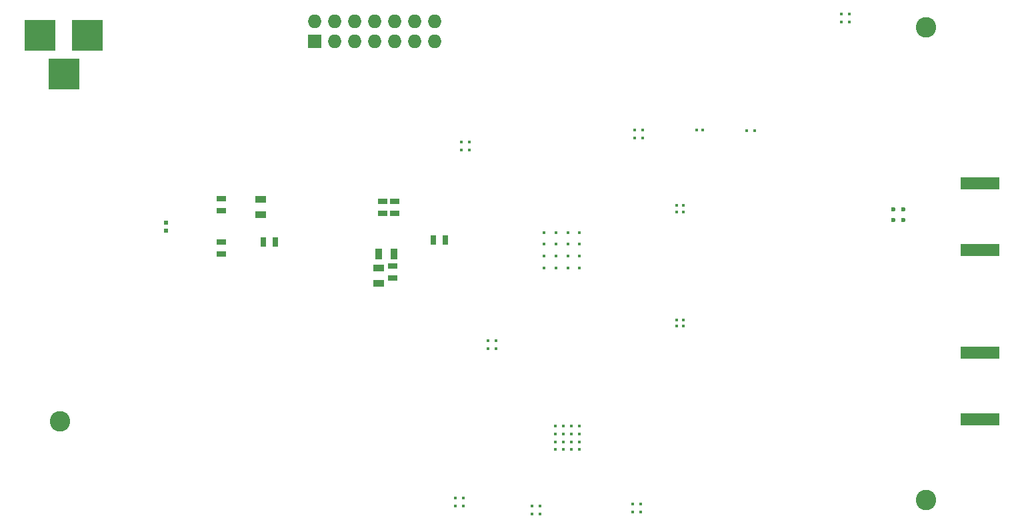
<source format=gbs>
G04 #@! TF.FileFunction,Soldermask,Bot*
%FSLAX46Y46*%
G04 Gerber Fmt 4.6, Leading zero omitted, Abs format (unit mm)*
G04 Created by KiCad (PCBNEW 4.0.7) date 12/26/17 18:21:06*
%MOMM*%
%LPD*%
G01*
G04 APERTURE LIST*
%ADD10C,0.100000*%
%ADD11R,1.143000X0.635000*%
%ADD12R,1.397000X0.889000*%
%ADD13R,0.635000X1.143000*%
%ADD14R,0.889000X1.397000*%
%ADD15R,4.900000X1.600000*%
%ADD16C,0.600000*%
%ADD17C,0.400000*%
%ADD18R,1.727200X1.727200*%
%ADD19O,1.727200X1.727200*%
%ADD20R,0.600000X0.500000*%
%ADD21C,2.600000*%
%ADD22R,4.000000X4.000000*%
G04 APERTURE END LIST*
D10*
D11*
X110500000Y-91738000D03*
X110500000Y-93262000D03*
D12*
X115500000Y-93750000D03*
X115500000Y-91845000D03*
D11*
X110500000Y-97238000D03*
X110500000Y-98762000D03*
D13*
X137476000Y-97000000D03*
X139000000Y-97000000D03*
X115876000Y-97200000D03*
X117400000Y-97200000D03*
D11*
X132250000Y-100238000D03*
X132250000Y-101762000D03*
X132500000Y-93587876D03*
X132500000Y-92063876D03*
X131000000Y-93587876D03*
X131000000Y-92063876D03*
D14*
X130500000Y-98750000D03*
X132405000Y-98750000D03*
D12*
X130500000Y-102452500D03*
X130500000Y-100547500D03*
D15*
X206850000Y-111250000D03*
X206850000Y-119750000D03*
X206900000Y-89750000D03*
X206900000Y-98250000D03*
D16*
X197150000Y-94400000D03*
X197150000Y-93100000D03*
X195850000Y-94400000D03*
X195850000Y-93100000D03*
D17*
X169150000Y-107900000D03*
X169150000Y-107100000D03*
X168350000Y-107900000D03*
X168350000Y-107100000D03*
X169150000Y-93400000D03*
X169150000Y-92600000D03*
X168350000Y-93400000D03*
X168350000Y-92600000D03*
X152965124Y-123584350D03*
X153965124Y-123584350D03*
X154965124Y-123584350D03*
X155965124Y-123584350D03*
X152965124Y-122584350D03*
X153965124Y-122584350D03*
X154965124Y-122584350D03*
X155965124Y-122584350D03*
X152965124Y-121584350D03*
X153965124Y-121584350D03*
X154965124Y-121584350D03*
X155965124Y-121584350D03*
X152965124Y-120584350D03*
X153965124Y-120584350D03*
X154965124Y-120584350D03*
X155965124Y-120584350D03*
X151000000Y-130750000D03*
X150000000Y-130750000D03*
X151000000Y-131750000D03*
X150000000Y-131750000D03*
X141232843Y-129750000D03*
X140232843Y-129750000D03*
X141232843Y-130750000D03*
X140232843Y-130750000D03*
X163750000Y-130500000D03*
X162750000Y-130500000D03*
X163750000Y-131500000D03*
X162750000Y-131500000D03*
X141000000Y-85500000D03*
X142000000Y-85500000D03*
X141000000Y-84500000D03*
X142000000Y-84500000D03*
X145400000Y-110750000D03*
X145400000Y-109750000D03*
X144400000Y-110750000D03*
X144400000Y-109750000D03*
X178250000Y-83050000D03*
X177250000Y-83050000D03*
X190250000Y-69250000D03*
X190250000Y-68250000D03*
X189250000Y-69250000D03*
X189250000Y-68250000D03*
X163000000Y-84000000D03*
X164000000Y-84000000D03*
X163000000Y-83000000D03*
X164000000Y-83000000D03*
D18*
X122380000Y-71750000D03*
D19*
X122380000Y-69210000D03*
X124920000Y-71750000D03*
X124920000Y-69210000D03*
X127460000Y-71750000D03*
X127460000Y-69210000D03*
X130000000Y-71750000D03*
X130000000Y-69210000D03*
X132540000Y-71750000D03*
X132540000Y-69210000D03*
X135080000Y-71750000D03*
X135080000Y-69210000D03*
X137620000Y-71750000D03*
X137620000Y-69210000D03*
D17*
X156000000Y-100500000D03*
X156000000Y-99000000D03*
X156000000Y-97500000D03*
X156000000Y-96000000D03*
X154500000Y-100500000D03*
X154500000Y-99000000D03*
X154500000Y-97500000D03*
X154500000Y-96000000D03*
X153000000Y-100500000D03*
X153000000Y-99000000D03*
X153000000Y-97500000D03*
X153000000Y-96000000D03*
X151500000Y-100500000D03*
X151500000Y-99000000D03*
X151500000Y-97500000D03*
X151500000Y-96000000D03*
D20*
X103500000Y-94750000D03*
X103500000Y-95750000D03*
D21*
X200000000Y-130000000D03*
X90000000Y-120000000D03*
X200000000Y-70000000D03*
D17*
X171650000Y-83000000D03*
X170850000Y-83000000D03*
D22*
X87500000Y-71000000D03*
X93500000Y-71000000D03*
X90550000Y-75900000D03*
M02*

</source>
